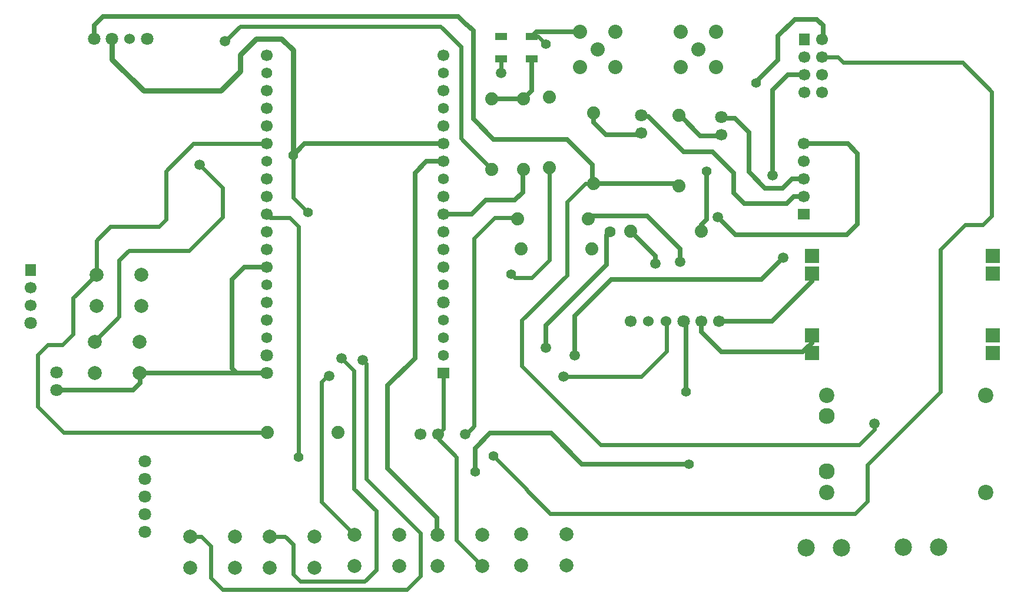
<source format=gtl>
G04 Layer: TopLayer*
G04 EasyEDA v6.5.47, 2024-09-19 05:09:15*
G04 e78f94bf6dc54b698cf268439f808c62,20cc673dbd184c8ca6733993ffc9aab1,10*
G04 Gerber Generator version 0.2*
G04 Scale: 100 percent, Rotated: No, Reflected: No *
G04 Dimensions in millimeters *
G04 leading zeros omitted , absolute positions ,4 integer and 5 decimal *
%FSLAX45Y45*%
%MOMM*%

%ADD10C,0.7000*%
%ADD11C,0.6000*%
%ADD12C,0.8000*%
%ADD13R,1.8001X1.1001*%
%ADD14R,1.7000X1.5080*%
%ADD15C,1.7000*%
%ADD16C,2.5000*%
%ADD17C,2.0320*%
%ADD18C,2.0000*%
%ADD19C,1.8000*%
%ADD20C,1.5240*%
%ADD21C,2.2000*%
%ADD22C,2.3000*%
%ADD23R,1.5748X1.8000*%
%ADD24C,1.5748*%
%ADD25R,1.8000X1.5748*%
%ADD26R,1.6000X1.7000*%
%ADD27R,2.0000X2.0000*%
%ADD28C,1.8796*%
%ADD29C,1.5000*%
%ADD30C,1.4000*%
%ADD31C,1.6000*%
%ADD32C,0.0124*%

%LPD*%
D10*
X7543800Y6489700D02*
G01*
X7950200Y6489700D01*
X8153400Y6692900D01*
X8572500Y6692900D01*
X8686800Y6807200D01*
X8686800Y7124700D01*
X8699500Y7137400D01*
X11506200Y4953000D02*
G01*
X12268200Y4953000D01*
X12846405Y5531205D01*
X12846405Y5642000D01*
X10947400Y5803900D02*
G01*
X10947400Y5994400D01*
X10477500Y6464300D01*
X9664700Y6464300D01*
X9626600Y6426200D01*
X10591800Y5778500D02*
G01*
X10591800Y5892800D01*
X10236200Y6248400D01*
D11*
X13741400Y3479800D02*
G01*
X13741400Y3390900D01*
X13525500Y3175000D01*
X9804400Y3175000D01*
X8674100Y4305300D01*
X8674100Y4965700D01*
X9321800Y5613400D01*
X9321800Y6667500D01*
X9588500Y6934200D01*
X9702800Y6934200D01*
D10*
X12039600Y8382000D02*
G01*
X12039600Y8394700D01*
X12357100Y8712200D01*
X12357100Y9055100D01*
X12598400Y9296400D01*
X12915900Y9296400D01*
X13004800Y9207500D01*
X13004800Y9022689D01*
X12991007Y9008897D01*
X11252200Y6248400D02*
G01*
X11252200Y6337300D01*
X11328400Y6413500D01*
X11328400Y7112000D01*
X7873822Y9220377D02*
G01*
X7886522Y9220377D01*
X7975600Y9131300D01*
X7975600Y7861300D01*
X8267700Y7569200D01*
X9321800Y7569200D01*
X9690100Y7200900D01*
X9690100Y6946900D01*
X9702800Y6934200D01*
X7543800Y7505700D02*
G01*
X5549900Y7505700D01*
X5384800Y7340600D01*
X5003800Y5727700D02*
G01*
X4686300Y5727700D01*
X4508500Y5549900D01*
X4508500Y4276605D01*
X4577798Y4207306D01*
X11036300Y3937000D02*
G01*
X11036300Y4914900D01*
X10998200Y4953000D01*
X8001000Y2781300D02*
G01*
X8001000Y3124200D01*
X8216900Y3340100D01*
X9093200Y3340100D01*
X9537700Y2895600D01*
X11074400Y2895600D01*
X7543800Y7251700D02*
G01*
X7302500Y7251700D01*
X7137400Y7086600D01*
X7137400Y4419600D01*
X6743700Y4025900D01*
X6743700Y2832100D01*
X7454900Y2120900D01*
X7454900Y1881200D01*
X7460106Y1875993D01*
X12846405Y4750003D02*
G01*
X12846405Y4642205D01*
X12712700Y4508500D01*
X11544300Y4508500D01*
X11252200Y4800600D01*
X11252200Y4953000D01*
D11*
X5384800Y7340600D02*
G01*
X5384800Y6731000D01*
X5600700Y6515100D01*
X8817889Y9049994D02*
G01*
X8907805Y9049994D01*
X9017000Y8940800D01*
X5461000Y2997200D02*
G01*
X5461000Y6311900D01*
X5334000Y6438900D01*
X5054600Y6438900D01*
X5003800Y6489700D01*
X12991007Y8754897D02*
G01*
X13216102Y8754897D01*
X13296900Y8674100D01*
X15011400Y8674100D01*
X15430500Y8255000D01*
X15430500Y6464300D01*
X15303500Y6337300D01*
X15049500Y6337300D01*
X14693900Y5981700D01*
X14693900Y3937000D01*
X13639800Y2882900D01*
X13639800Y2362200D01*
X13462000Y2184400D01*
X9080500Y2184400D01*
X8737600Y2527300D01*
X8737600Y2540000D01*
X8267700Y3009900D01*
X9067800Y7162800D02*
G01*
X9067800Y5829300D01*
X8813800Y5575300D01*
X8572500Y5575300D01*
X8521700Y5626100D01*
X2532506Y4657293D02*
G01*
X2532506Y4666106D01*
X2882900Y5016500D01*
X2882900Y5829300D01*
X3022600Y5969000D01*
X3886200Y5969000D01*
X4368800Y6451600D01*
X4368800Y6870700D01*
X4038600Y7200900D01*
D10*
X10934700Y6896100D02*
G01*
X10896600Y6934200D01*
X9702800Y6934200D01*
X11544300Y7632700D02*
G01*
X11531600Y7620000D01*
X11239500Y7620000D01*
X10947400Y7912100D01*
X10934700Y7912100D01*
X10388600Y7658100D02*
G01*
X10363200Y7632700D01*
X9880600Y7632700D01*
X9702800Y7810500D01*
X9702800Y7950200D01*
X8242300Y8153400D02*
G01*
X8699500Y8153400D01*
X8699500Y8153400D02*
G01*
X8817891Y8271791D01*
X8817891Y8730002D01*
X8817889Y9049994D02*
G01*
X8886494Y9118600D01*
X9512300Y9118600D01*
X1981200Y3962400D02*
G01*
X3086100Y3962400D01*
X3187700Y4064000D01*
X3187700Y4202099D01*
X3182493Y4207306D01*
X3182493Y4207306D02*
G01*
X5000193Y4207306D01*
X5003800Y4203700D01*
X12280900Y7048500D02*
G01*
X12280900Y8280400D01*
X12496800Y8496300D01*
X12732410Y8496300D01*
X12737007Y8500897D01*
D11*
X9271000Y4152900D02*
G01*
X10388600Y4152900D01*
X10756900Y4521200D01*
X10756900Y4940300D01*
X10744200Y4953000D01*
X5016500Y3352800D02*
G01*
X2082800Y3352800D01*
X1714500Y3721100D01*
X1714500Y4470400D01*
X1854200Y4610100D01*
X2070100Y4610100D01*
X2222500Y4762500D01*
X2222500Y5287086D01*
X2557906Y5622493D01*
X3182493Y4207306D02*
G01*
X3182493Y4058793D01*
X3086100Y3962400D01*
X5905500Y4165600D02*
G01*
X5880100Y4165600D01*
X5791200Y4076700D01*
X5791200Y2351100D01*
X6266306Y1875993D01*
X5047106Y1850593D02*
G01*
X5274106Y1850593D01*
X5384800Y1739900D01*
X5384800Y1308100D01*
X5486400Y1206500D01*
X6413500Y1206500D01*
X6578600Y1371600D01*
X6578600Y2222500D01*
X6261100Y2540000D01*
X6261100Y4241800D01*
X6083300Y4419600D01*
X3904106Y1850593D02*
G01*
X4067606Y1850593D01*
X4203700Y1714500D01*
X4203700Y1257300D01*
X4368800Y1092200D01*
X7023100Y1092200D01*
X7213600Y1282700D01*
X7213600Y1905000D01*
X6438900Y2679700D01*
X6438900Y4343400D01*
X6388100Y4394200D01*
X2557906Y5622493D02*
G01*
X2557906Y6113906D01*
X2755900Y6311900D01*
X3454400Y6311900D01*
X3556000Y6413500D01*
X3556000Y7112000D01*
X3949700Y7505700D01*
X3949700Y7505700D02*
G01*
X5003800Y7505700D01*
X7543800Y4203700D02*
G01*
X7543800Y3403600D01*
X7467600Y3327400D01*
X7467600Y3327400D02*
G01*
X7467600Y3263900D01*
X7734300Y2997200D01*
X7734300Y1801799D01*
X8110093Y1426006D01*
X8377910Y8730005D02*
G01*
X8377910Y8521700D01*
X7861300Y3327400D02*
G01*
X7874000Y3327400D01*
X7988300Y3441700D01*
X7988300Y6146800D01*
X8280400Y6438900D01*
X8597900Y6438900D01*
X8610600Y6426200D01*
D10*
X12725400Y6997700D02*
G01*
X12560300Y6997700D01*
X12426467Y6863867D01*
X12173432Y6863867D01*
X11938000Y7099300D01*
X11938000Y7670800D01*
X11734800Y7874000D01*
X11557000Y7874000D01*
X11544300Y7886700D01*
X12725400Y6743700D02*
G01*
X12585700Y6743700D01*
X12484100Y6642100D01*
X11874500Y6642100D01*
X11722100Y6794500D01*
X11722100Y7086600D01*
X11417300Y7391400D01*
X10998200Y7391400D01*
X10490200Y7899400D01*
X10401300Y7899400D01*
X10388600Y7912100D01*
X11493500Y6451600D02*
G01*
X11747500Y6197600D01*
X13347700Y6197600D01*
X13500100Y6350000D01*
X13500100Y7366000D01*
X13360400Y7505700D01*
X12725400Y7505700D01*
X9436100Y4457700D02*
G01*
X9436100Y5029200D01*
X9956800Y5549900D01*
X12115800Y5549900D01*
X12433300Y5867400D01*
X9017000Y4572000D02*
G01*
X9017000Y4889500D01*
X9893300Y5765800D01*
X9893300Y6184900D01*
X9944100Y6235700D01*
X2528188Y9018193D02*
G01*
X2528188Y9208388D01*
X2654300Y9334500D01*
X4632739Y9334500D01*
X5051839Y9334500D01*
X7873745Y9220454D02*
G01*
X7759700Y9334500D01*
X5016500Y9334500D01*
D11*
X4406900Y8978900D02*
G01*
X4622800Y9194800D01*
X7505700Y9194800D01*
X7797800Y8902700D01*
X7797800Y7581900D01*
X8242300Y7137400D01*
D12*
X5384800Y7340600D02*
G01*
X5384800Y8851900D01*
X5219700Y9017000D01*
X4851400Y9017000D01*
X4622800Y8788400D01*
X4622800Y8547100D01*
X4343400Y8267700D01*
X3238500Y8267700D01*
X2782188Y8724011D01*
X2782188Y9018193D01*
D13*
G01*
X8377910Y9049994D03*
G01*
X8377910Y8730005D03*
G01*
X8817889Y8730005D03*
G01*
X8817889Y9049994D03*
D14*
G01*
X12725400Y6489700D03*
D15*
G01*
X12725400Y6743700D03*
G01*
X12725400Y6997700D03*
G01*
X12725400Y7251700D03*
G01*
X12725400Y7505700D03*
D16*
G01*
X14664943Y1701800D03*
G01*
X14164056Y1701800D03*
D17*
G01*
X11214100Y8864600D03*
G01*
X10960100Y9118600D03*
G01*
X10960100Y8610600D03*
G01*
X11468100Y8610600D03*
G01*
X11468100Y9118600D03*
G01*
X9766300Y8864600D03*
G01*
X9512300Y9118600D03*
G01*
X9512300Y8610600D03*
G01*
X10020300Y8610600D03*
G01*
X10020300Y9118600D03*
D18*
G01*
X3904106Y1400606D03*
G01*
X4554093Y1400606D03*
G01*
X4554093Y1850593D03*
G01*
X3904106Y1850593D03*
G01*
X5047106Y1400606D03*
G01*
X5697093Y1400606D03*
G01*
X5697093Y1850593D03*
G01*
X5047106Y1850593D03*
G01*
X6266306Y1426006D03*
G01*
X6916293Y1426006D03*
G01*
X6916293Y1875993D03*
G01*
X6266306Y1875993D03*
G01*
X7460106Y1426006D03*
G01*
X8110093Y1426006D03*
G01*
X8110093Y1875993D03*
G01*
X7460106Y1875993D03*
G01*
X8666606Y1438706D03*
G01*
X9316593Y1438706D03*
G01*
X9316593Y1888693D03*
G01*
X8666606Y1888693D03*
D19*
G01*
X3290188Y9018193D03*
D20*
G01*
X3036188Y9018193D03*
D19*
G01*
X2782188Y9018193D03*
G01*
X2528188Y9018193D03*
D21*
G01*
X15341600Y2489200D03*
G01*
X15341600Y3886200D03*
G01*
X13055600Y2489200D03*
G01*
X13055600Y3886200D03*
D22*
G01*
X13055600Y2789199D03*
G01*
X13055600Y3586200D03*
D18*
G01*
X2557906Y5172506D03*
G01*
X3207893Y5172506D03*
G01*
X3207893Y5622493D03*
G01*
X2557906Y5622493D03*
D23*
G01*
X1612900Y5689600D03*
D15*
G01*
X1612900Y5435600D03*
G01*
X1612900Y5181600D03*
D19*
G01*
X1612900Y4927600D03*
D18*
G01*
X2532506Y4207306D03*
G01*
X3182493Y4207306D03*
G01*
X3182493Y4657293D03*
G01*
X2532506Y4657293D03*
D15*
G01*
X7543800Y8775700D03*
D24*
G01*
X7543800Y8521700D03*
G01*
X7543800Y8013700D03*
D15*
G01*
X7543800Y8267700D03*
G01*
X7543800Y7251700D03*
D24*
G01*
X7543800Y6997700D03*
D15*
G01*
X7543800Y7505700D03*
G01*
X7543800Y7759700D03*
G01*
X7543800Y5727700D03*
D24*
G01*
X7543800Y5473700D03*
G01*
X7543800Y4965700D03*
D19*
G01*
X7543800Y5219700D03*
D15*
G01*
X7543800Y6235700D03*
G01*
X7543800Y5981700D03*
G01*
X7543800Y6489700D03*
G01*
X7543800Y6743700D03*
D24*
G01*
X7543800Y4711700D03*
G01*
X7543800Y4457700D03*
D25*
G01*
X7543800Y4203700D03*
D19*
G01*
X5003800Y4203700D03*
G01*
X5003800Y4457700D03*
D24*
G01*
X5003800Y4711700D03*
D15*
G01*
X5003800Y6743700D03*
G01*
X5003800Y6489700D03*
G01*
X5003800Y5981700D03*
G01*
X5003800Y6235700D03*
G01*
X5003800Y5219700D03*
G01*
X5003800Y4965700D03*
D24*
G01*
X5003800Y5473700D03*
D15*
G01*
X5003800Y5727700D03*
G01*
X5003800Y7759700D03*
G01*
X5003800Y7505700D03*
G01*
X5003800Y6997700D03*
D24*
G01*
X5003800Y7251700D03*
D15*
G01*
X5003800Y8267700D03*
G01*
X5003800Y8013700D03*
D24*
G01*
X5003800Y8521700D03*
D15*
G01*
X5003800Y8775700D03*
G01*
X11506200Y4953000D03*
G01*
X11252200Y4953000D03*
D19*
G01*
X10998200Y4953000D03*
D20*
G01*
X10744200Y4953000D03*
G01*
X10490200Y4953000D03*
D15*
G01*
X10236200Y4953000D03*
G01*
X12991007Y8246897D03*
G01*
X12737007Y8246897D03*
G01*
X12991007Y8500897D03*
G01*
X12737007Y8500897D03*
G01*
X12991007Y8754897D03*
G01*
X12737007Y8754897D03*
G01*
X12991007Y9008897D03*
D26*
G01*
X12737007Y9008897D03*
D19*
G01*
X3253104Y2934030D03*
G01*
X3253104Y2680030D03*
G01*
X3253104Y2426030D03*
G01*
X3253104Y2172030D03*
G01*
X3253104Y1918030D03*
D16*
G01*
X13267943Y1689100D03*
G01*
X12767056Y1689100D03*
D27*
G01*
X12846405Y5642000D03*
G01*
X12846405Y5896000D03*
G01*
X12846405Y4496003D03*
G01*
X12846405Y4750003D03*
G01*
X15446400Y4496003D03*
G01*
X15446400Y4750003D03*
G01*
X15446400Y5642000D03*
G01*
X15446400Y5896000D03*
D15*
G01*
X7467600Y3327400D03*
G01*
X7213600Y3327400D03*
G01*
X11544300Y7632700D03*
D19*
G01*
X11544300Y7886700D03*
D15*
G01*
X10388600Y7658100D03*
D19*
G01*
X10388600Y7912100D03*
D28*
G01*
X10236200Y6248400D03*
G01*
X11252200Y6248400D03*
G01*
X10934700Y6896100D03*
G01*
X10934700Y7912100D03*
G01*
X9702800Y6934200D03*
G01*
X9702800Y7950200D03*
G01*
X9067800Y8178800D03*
G01*
X9067800Y7162800D03*
G01*
X8242300Y7137400D03*
G01*
X8242300Y8153400D03*
G01*
X5016500Y3352800D03*
G01*
X6032500Y3352800D03*
G01*
X9626600Y6426200D03*
G01*
X8610600Y6426200D03*
G01*
X8661400Y5994400D03*
G01*
X9677400Y5994400D03*
G01*
X8699500Y7137400D03*
G01*
X8699500Y8153400D03*
D19*
G01*
X1981200Y3962400D03*
G01*
X1981200Y4216400D03*
D29*
G01*
X12280900Y7048500D03*
G01*
X9271000Y4152900D03*
G01*
X9436100Y4457700D03*
G01*
X9017000Y4572000D03*
G01*
X5905500Y4165600D03*
G01*
X6083300Y4419600D03*
G01*
X6388100Y4394200D03*
G01*
X13741400Y3479800D03*
G01*
X8377910Y8521700D03*
G01*
X7861300Y3327400D03*
G01*
X4038600Y7200900D03*
G01*
X4406900Y8978900D03*
D30*
G01*
X8521700Y5626100D03*
G01*
X8267700Y3009900D03*
G01*
X5461000Y2997200D03*
G01*
X9017000Y8940800D03*
G01*
X5384800Y7340600D03*
G01*
X5600700Y6515100D03*
G01*
X8001000Y2781300D03*
G01*
X11074400Y2895600D03*
G01*
X11036300Y3937000D03*
G01*
X11328400Y7112000D03*
G01*
X12039600Y8382000D03*
D29*
G01*
X10591800Y5778500D03*
G01*
X10947400Y5803900D03*
G01*
X11493500Y6451600D03*
G01*
X12433300Y5867400D03*
D31*
G01*
X9944100Y6235700D03*
M02*

</source>
